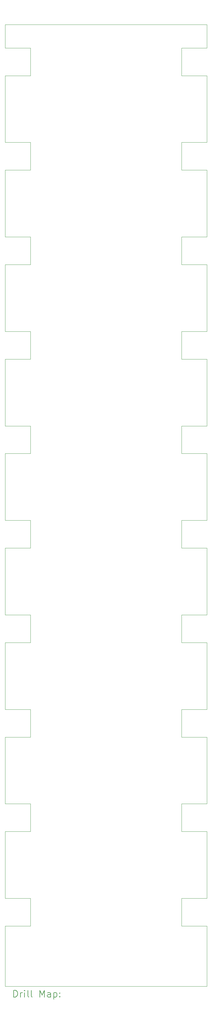
<source format=gbr>
%FSLAX45Y45*%
G04 Gerber Fmt 4.5, Leading zero omitted, Abs format (unit mm)*
G04 Created by KiCad (PCBNEW (6.0.0)) date 2022-10-10 13:55:57*
%MOMM*%
%LPD*%
G01*
G04 APERTURE LIST*
%TA.AperFunction,Profile*%
%ADD10C,0.100000*%
%TD*%
%ADD11C,0.200000*%
G04 APERTURE END LIST*
D10*
X9575000Y-31375000D02*
X9575000Y-29585000D01*
X3575000Y-15585000D02*
X3575000Y-17565000D01*
X8825000Y-3565000D02*
X9575000Y-3565000D01*
X8825000Y-9165000D02*
X9575000Y-9165000D01*
X8825000Y-23165000D02*
X8825000Y-23985000D01*
X3575000Y-15585000D02*
X4325000Y-15585000D01*
X8825000Y-12785000D02*
X9575000Y-12785000D01*
X9575000Y-28765000D02*
X9575000Y-26785000D01*
X3575000Y-9165000D02*
X4325000Y-9165000D01*
X8825000Y-14765000D02*
X8825000Y-15585000D01*
X9575000Y-20365000D02*
X9575000Y-18385000D01*
X8825000Y-6365000D02*
X8825000Y-7185000D01*
X3575000Y-31375000D02*
X9575000Y-31375000D01*
X3575000Y-23985000D02*
X3575000Y-25965000D01*
X4325000Y-18385000D02*
X4325000Y-17565000D01*
X3575000Y-23165000D02*
X4325000Y-23165000D01*
X4325000Y-23985000D02*
X4325000Y-23165000D01*
X9575000Y-23165000D02*
X9575000Y-21185000D01*
X3575000Y-2875000D02*
X3575000Y-3565000D01*
X3575000Y-6365000D02*
X4325000Y-6365000D01*
X3575000Y-23985000D02*
X4325000Y-23985000D01*
X3575000Y-9985000D02*
X3575000Y-11965000D01*
X8825000Y-11965000D02*
X9575000Y-11965000D01*
X9575000Y-11965000D02*
X9575000Y-9985000D01*
X9575000Y-9165000D02*
X9575000Y-7185000D01*
X3575000Y-17565000D02*
X4325000Y-17565000D01*
X3575000Y-26785000D02*
X4325000Y-26785000D01*
X4325000Y-4385000D02*
X4325000Y-3565000D01*
X8825000Y-17565000D02*
X8825000Y-18385000D01*
X8825000Y-4385000D02*
X9575000Y-4385000D01*
X8825000Y-7185000D02*
X9575000Y-7185000D01*
X8825000Y-25965000D02*
X8825000Y-26785000D01*
X3575000Y-4385000D02*
X3575000Y-6365000D01*
X8825000Y-21185000D02*
X9575000Y-21185000D01*
X8825000Y-20365000D02*
X8825000Y-21185000D01*
X4325000Y-15585000D02*
X4325000Y-14765000D01*
X8825000Y-14765000D02*
X9575000Y-14765000D01*
X8825000Y-18385000D02*
X9575000Y-18385000D01*
X8825000Y-20365000D02*
X9575000Y-20365000D01*
X3575000Y-18385000D02*
X4325000Y-18385000D01*
X4325000Y-21185000D02*
X4325000Y-20365000D01*
X3575000Y-12785000D02*
X4325000Y-12785000D01*
X3575000Y-25965000D02*
X4325000Y-25965000D01*
X9575000Y-25965000D02*
X9575000Y-23985000D01*
X9575000Y-17565000D02*
X9575000Y-15585000D01*
X8825000Y-23985000D02*
X9575000Y-23985000D01*
X8825000Y-26785000D02*
X9575000Y-26785000D01*
X3575000Y-7185000D02*
X3575000Y-9165000D01*
X8825000Y-3565000D02*
X8825000Y-4385000D01*
X8825000Y-28765000D02*
X8825000Y-29585000D01*
X3575000Y-7185000D02*
X4325000Y-7185000D01*
X3575000Y-3565000D02*
X4325000Y-3565000D01*
X8825000Y-9165000D02*
X8825000Y-9985000D01*
X3575000Y-4385000D02*
X4325000Y-4385000D01*
X4325000Y-29585000D02*
X4325000Y-28765000D01*
X8825000Y-28765000D02*
X9575000Y-28765000D01*
X8825000Y-17565000D02*
X9575000Y-17565000D01*
X3575000Y-21185000D02*
X3575000Y-23165000D01*
X3575000Y-12785000D02*
X3575000Y-14765000D01*
X3575000Y-11965000D02*
X4325000Y-11965000D01*
X8825000Y-9985000D02*
X9575000Y-9985000D01*
X4325000Y-26785000D02*
X4325000Y-25965000D01*
X8825000Y-15585000D02*
X9575000Y-15585000D01*
X3575000Y-28765000D02*
X4325000Y-28765000D01*
X3575000Y-18385000D02*
X3575000Y-20365000D01*
X4325000Y-12785000D02*
X4325000Y-11965000D01*
X3575000Y-9985000D02*
X4325000Y-9985000D01*
X3575000Y-29585000D02*
X4325000Y-29585000D01*
X9575000Y-3565000D02*
X9575000Y-2875000D01*
X8825000Y-23165000D02*
X9575000Y-23165000D01*
X3575000Y-14765000D02*
X4325000Y-14765000D01*
X8825000Y-11965000D02*
X8825000Y-12785000D01*
X3575000Y-29585000D02*
X3575000Y-31375000D01*
X3575000Y-21185000D02*
X4325000Y-21185000D01*
X8825000Y-25965000D02*
X9575000Y-25965000D01*
X9575000Y-14765000D02*
X9575000Y-12785000D01*
X3575000Y-26785000D02*
X3575000Y-28765000D01*
X8825000Y-29585000D02*
X9575000Y-29585000D01*
X4325000Y-9985000D02*
X4325000Y-9165000D01*
X9575000Y-2875000D02*
X3575000Y-2875000D01*
X9575000Y-6365000D02*
X9575000Y-4385000D01*
X4325000Y-7185000D02*
X4325000Y-6365000D01*
X3575000Y-20365000D02*
X4325000Y-20365000D01*
X8825000Y-6365000D02*
X9575000Y-6365000D01*
D11*
X3827619Y-31690476D02*
X3827619Y-31490476D01*
X3875238Y-31490476D01*
X3903809Y-31500000D01*
X3922857Y-31519048D01*
X3932381Y-31538095D01*
X3941905Y-31576190D01*
X3941905Y-31604762D01*
X3932381Y-31642857D01*
X3922857Y-31661905D01*
X3903809Y-31680952D01*
X3875238Y-31690476D01*
X3827619Y-31690476D01*
X4027619Y-31690476D02*
X4027619Y-31557143D01*
X4027619Y-31595238D02*
X4037143Y-31576190D01*
X4046667Y-31566667D01*
X4065714Y-31557143D01*
X4084762Y-31557143D01*
X4151428Y-31690476D02*
X4151428Y-31557143D01*
X4151428Y-31490476D02*
X4141905Y-31500000D01*
X4151428Y-31509524D01*
X4160952Y-31500000D01*
X4151428Y-31490476D01*
X4151428Y-31509524D01*
X4275238Y-31690476D02*
X4256190Y-31680952D01*
X4246667Y-31661905D01*
X4246667Y-31490476D01*
X4380000Y-31690476D02*
X4360952Y-31680952D01*
X4351429Y-31661905D01*
X4351429Y-31490476D01*
X4608571Y-31690476D02*
X4608571Y-31490476D01*
X4675238Y-31633333D01*
X4741905Y-31490476D01*
X4741905Y-31690476D01*
X4922857Y-31690476D02*
X4922857Y-31585714D01*
X4913333Y-31566667D01*
X4894286Y-31557143D01*
X4856190Y-31557143D01*
X4837143Y-31566667D01*
X4922857Y-31680952D02*
X4903810Y-31690476D01*
X4856190Y-31690476D01*
X4837143Y-31680952D01*
X4827619Y-31661905D01*
X4827619Y-31642857D01*
X4837143Y-31623809D01*
X4856190Y-31614286D01*
X4903810Y-31614286D01*
X4922857Y-31604762D01*
X5018095Y-31557143D02*
X5018095Y-31757143D01*
X5018095Y-31566667D02*
X5037143Y-31557143D01*
X5075238Y-31557143D01*
X5094286Y-31566667D01*
X5103810Y-31576190D01*
X5113333Y-31595238D01*
X5113333Y-31652381D01*
X5103810Y-31671428D01*
X5094286Y-31680952D01*
X5075238Y-31690476D01*
X5037143Y-31690476D01*
X5018095Y-31680952D01*
X5199048Y-31671428D02*
X5208571Y-31680952D01*
X5199048Y-31690476D01*
X5189524Y-31680952D01*
X5199048Y-31671428D01*
X5199048Y-31690476D01*
X5199048Y-31566667D02*
X5208571Y-31576190D01*
X5199048Y-31585714D01*
X5189524Y-31576190D01*
X5199048Y-31566667D01*
X5199048Y-31585714D01*
M02*

</source>
